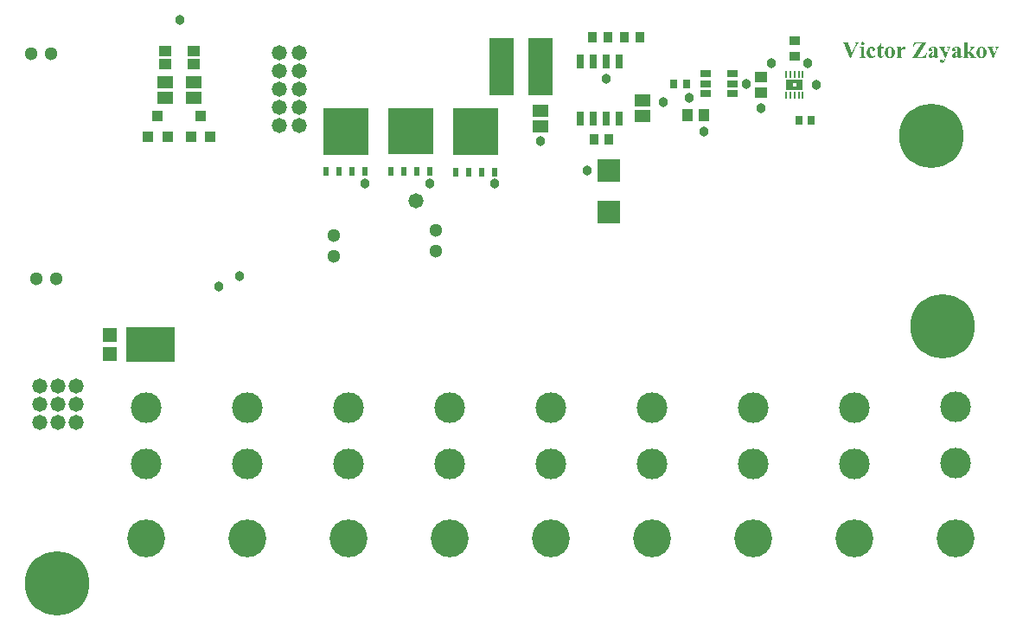
<source format=gbr>
%TF.GenerationSoftware,Altium Limited,Altium Designer,23.4.1 (23)*%
G04 Layer_Color=8388736*
%FSLAX45Y45*%
%MOMM*%
%TF.SameCoordinates,D7948EBF-BAFE-4555-BCF9-67E6E8CB6B5E*%
%TF.FilePolarity,Negative*%
%TF.FileFunction,Soldermask,Top*%
%TF.Part,Single*%
G01*
G75*
%TA.AperFunction,SMDPad,CuDef*%
%ADD12R,0.50000X0.85001*%
%ADD13R,0.60000X0.80000*%
%ADD16R,0.65000X1.45000*%
%ADD17R,4.86000X3.36000*%
%ADD19R,0.23000X0.70000*%
%ADD22R,0.75000X0.90000*%
G04:AMPARAMS|DCode=24|XSize=1.1mm|YSize=0.6mm|CornerRadius=0.051mm|HoleSize=0mm|Usage=FLASHONLY|Rotation=180.000|XOffset=0mm|YOffset=0mm|HoleType=Round|Shape=RoundedRectangle|*
%AMROUNDEDRECTD24*
21,1,1.10000,0.49800,0,0,180.0*
21,1,0.99800,0.60000,0,0,180.0*
1,1,0.10200,-0.49900,0.24900*
1,1,0.10200,0.49900,0.24900*
1,1,0.10200,0.49900,-0.24900*
1,1,0.10200,-0.49900,-0.24900*
%
%ADD24ROUNDEDRECTD24*%
%ADD26R,1.40000X1.39000*%
%TA.AperFunction,ComponentPad*%
%ADD32C,1.30000*%
%TA.AperFunction,SMDPad,CuDef*%
%ADD46R,2.20320X2.20320*%
%ADD47R,2.35320X5.70320*%
%ADD48R,0.90320X1.10320*%
%ADD49R,1.60320X1.30320*%
%ADD50R,1.00320X1.10320*%
%ADD51R,1.10320X0.90320*%
%ADD52R,1.20320X1.10320*%
%ADD53R,1.15320X1.00320*%
%ADD54R,1.10320X1.20320*%
%TA.AperFunction,ComponentPad*%
%ADD55C,3.00320*%
%ADD56C,3.70320*%
%ADD57C,6.30320*%
%TA.AperFunction,ViaPad*%
%ADD58C,0.96520*%
%ADD59C,1.47320*%
G36*
X6341900Y7293900D02*
X5900900D01*
Y7748900D01*
X6341900D01*
Y7293900D01*
D02*
G37*
G36*
X6976900Y7294250D02*
X6535900D01*
Y7749250D01*
X6976900D01*
Y7294250D01*
D02*
G37*
G36*
X7611900Y7292100D02*
X7170900D01*
Y7747100D01*
X7611900D01*
Y7292100D01*
D02*
G37*
G36*
X10596880Y7995600D02*
Y7923530D01*
X10434320D01*
Y7955600D01*
Y7995600D01*
Y8027670D01*
X10596880D01*
Y7995600D01*
D02*
G37*
G36*
X11184692Y8395804D02*
X11186278Y8395275D01*
X11188217Y8394746D01*
X11190333Y8393865D01*
X11192448Y8392631D01*
X11194387Y8390868D01*
X11194563Y8390692D01*
X11195268Y8389987D01*
X11195974Y8388929D01*
X11197031Y8387343D01*
X11197913Y8385580D01*
X11198794Y8383465D01*
X11199323Y8381173D01*
X11199499Y8378529D01*
Y8378176D01*
Y8377295D01*
X11199323Y8376061D01*
X11198794Y8374298D01*
X11198265Y8372535D01*
X11197384Y8370420D01*
X11196150Y8368305D01*
X11194387Y8366366D01*
X11194211Y8366190D01*
X11193506Y8365661D01*
X11192448Y8364779D01*
X11190862Y8363898D01*
X11189099Y8363017D01*
X11186983Y8362135D01*
X11184692Y8361606D01*
X11182048Y8361430D01*
X11180814D01*
X11179580Y8361783D01*
X11177817Y8362135D01*
X11176054Y8362664D01*
X11173939Y8363545D01*
X11171824Y8364779D01*
X11169885Y8366366D01*
X11169708Y8366542D01*
X11169180Y8367247D01*
X11168298Y8368305D01*
X11167417Y8369891D01*
X11166535Y8371654D01*
X11165654Y8373593D01*
X11165125Y8376061D01*
X11164949Y8378529D01*
Y8378881D01*
Y8379763D01*
X11165302Y8381173D01*
X11165654Y8382759D01*
X11166183Y8384698D01*
X11167064Y8386814D01*
X11168298Y8388929D01*
X11169885Y8390868D01*
X11170061Y8391044D01*
X11170766Y8391750D01*
X11171824Y8392455D01*
X11173410Y8393512D01*
X11175173Y8394394D01*
X11177112Y8395275D01*
X11179580Y8395804D01*
X11182048Y8395980D01*
X11183282D01*
X11184692Y8395804D01*
D02*
G37*
G36*
X11592242Y8348386D02*
X11593652Y8348033D01*
X11595239Y8347681D01*
X11596825Y8346975D01*
X11598588Y8345918D01*
X11599998Y8344684D01*
X11600174Y8344508D01*
X11600527Y8343979D01*
X11601232Y8343097D01*
X11601937Y8341863D01*
X11602466Y8340277D01*
X11603171Y8338514D01*
X11603524Y8336223D01*
X11603700Y8333755D01*
Y8333402D01*
Y8332521D01*
X11603524Y8331111D01*
X11603171Y8329524D01*
X11602819Y8327585D01*
X11602113Y8325646D01*
X11601232Y8323707D01*
X11599998Y8322121D01*
X11599822Y8321944D01*
X11599293Y8321415D01*
X11598588Y8320887D01*
X11597530Y8320181D01*
X11596296Y8319300D01*
X11594886Y8318771D01*
X11593123Y8318242D01*
X11591361Y8318066D01*
X11590303D01*
X11589245Y8318242D01*
X11587835Y8318595D01*
X11586249Y8318948D01*
X11584486Y8319653D01*
X11582723Y8320534D01*
X11580960Y8321768D01*
X11580784Y8321944D01*
X11580255Y8322297D01*
X11579550Y8323002D01*
X11578669Y8323707D01*
X11577082Y8325117D01*
X11576377Y8325646D01*
X11575848Y8325999D01*
X11575672Y8326175D01*
X11575143Y8326351D01*
X11574438Y8326527D01*
X11573380Y8326704D01*
X11572852D01*
X11572147Y8326527D01*
X11571441Y8326351D01*
X11569326Y8325646D01*
X11568268Y8325117D01*
X11567211Y8324236D01*
X11567035Y8324060D01*
X11566506Y8323531D01*
X11565624Y8322649D01*
X11564567Y8321415D01*
X11563509Y8319829D01*
X11562275Y8318066D01*
X11561217Y8315775D01*
X11560160Y8313307D01*
Y8313130D01*
X11559983Y8312778D01*
X11559807Y8312249D01*
X11559631Y8311368D01*
X11559278Y8310486D01*
X11559102Y8309252D01*
X11558750Y8307842D01*
X11558397Y8306256D01*
X11557692Y8302730D01*
X11557163Y8298676D01*
X11556811Y8294269D01*
X11556634Y8289509D01*
Y8265360D01*
X11556811Y8259190D01*
Y8258837D01*
Y8258132D01*
Y8257075D01*
X11556987Y8255664D01*
Y8254254D01*
X11557163Y8253020D01*
X11557339Y8251786D01*
X11557516Y8250905D01*
Y8250729D01*
X11557692Y8250376D01*
X11558044Y8249847D01*
X11558397Y8249142D01*
X11559631Y8247556D01*
X11561394Y8246322D01*
X11561570D01*
X11561923Y8246146D01*
X11562628Y8245793D01*
X11563509Y8245617D01*
X11564743Y8245264D01*
X11566329Y8245088D01*
X11568268Y8244912D01*
X11570384Y8244735D01*
Y8240857D01*
X11513799D01*
Y8244735D01*
X11514152D01*
X11514857Y8244912D01*
X11516091Y8245088D01*
X11517501Y8245440D01*
X11518911Y8245793D01*
X11520498Y8246498D01*
X11521908Y8247379D01*
X11522966Y8248437D01*
X11523142Y8248613D01*
X11523318Y8249142D01*
X11523671Y8250200D01*
X11524199Y8251786D01*
X11524376Y8252844D01*
X11524728Y8254078D01*
X11524905Y8255488D01*
X11525081Y8257075D01*
X11525257Y8258837D01*
Y8260776D01*
X11525433Y8263068D01*
Y8265536D01*
Y8323354D01*
Y8323531D01*
Y8323707D01*
Y8324765D01*
Y8326351D01*
X11525257Y8328114D01*
Y8330053D01*
X11525081Y8331992D01*
X11524728Y8333578D01*
X11524376Y8334812D01*
Y8334989D01*
X11524199Y8335341D01*
X11524023Y8335870D01*
X11523671Y8336575D01*
X11522613Y8338162D01*
X11521203Y8339396D01*
X11521026D01*
X11520850Y8339748D01*
X11520321Y8339924D01*
X11519440Y8340277D01*
X11518559Y8340629D01*
X11517148Y8340982D01*
X11515562Y8341335D01*
X11513799Y8341687D01*
Y8345565D01*
X11556634D01*
Y8321592D01*
X11556811Y8321768D01*
X11557163Y8322297D01*
X11557692Y8323178D01*
X11558397Y8324236D01*
X11559278Y8325470D01*
X11560336Y8327056D01*
X11562804Y8330405D01*
X11565624Y8333931D01*
X11568621Y8337457D01*
X11570207Y8339219D01*
X11571794Y8340629D01*
X11573380Y8342040D01*
X11574791Y8343097D01*
X11574967D01*
X11575143Y8343274D01*
X11576201Y8343979D01*
X11577611Y8344860D01*
X11579726Y8345918D01*
X11582018Y8346799D01*
X11584662Y8347681D01*
X11587306Y8348386D01*
X11590127Y8348562D01*
X11591184D01*
X11592242Y8348386D01*
D02*
G37*
G36*
X11273359D02*
X11274769D01*
X11276355Y8348209D01*
X11278118Y8347857D01*
X11279881Y8347504D01*
X11283935Y8346623D01*
X11288342Y8345036D01*
X11292397Y8343097D01*
X11294512Y8341687D01*
X11296275Y8340277D01*
X11296451D01*
X11296627Y8339924D01*
X11297861Y8338867D01*
X11299271Y8337104D01*
X11301210Y8334989D01*
X11302973Y8332345D01*
X11304383Y8329172D01*
X11305617Y8325822D01*
X11305793Y8324060D01*
X11305970Y8322121D01*
Y8321768D01*
Y8321063D01*
X11305793Y8319829D01*
X11305441Y8318419D01*
X11305088Y8316832D01*
X11304383Y8315069D01*
X11303326Y8313483D01*
X11302092Y8311897D01*
X11301915Y8311720D01*
X11301387Y8311368D01*
X11300505Y8310663D01*
X11299448Y8310134D01*
X11297861Y8309429D01*
X11296098Y8308724D01*
X11294159Y8308371D01*
X11291868Y8308195D01*
X11290810D01*
X11289576Y8308371D01*
X11287990Y8308724D01*
X11286403Y8309252D01*
X11284464Y8309957D01*
X11282701Y8311015D01*
X11280939Y8312425D01*
X11280762Y8312602D01*
X11280233Y8313307D01*
X11279528Y8314364D01*
X11278647Y8316127D01*
X11277766Y8318242D01*
X11277061Y8320887D01*
X11276355Y8324236D01*
X11275827Y8328114D01*
Y8328466D01*
X11275650Y8329348D01*
X11275474Y8330582D01*
X11275121Y8331992D01*
X11274064Y8335341D01*
X11273359Y8336751D01*
X11272477Y8337985D01*
X11272301Y8338162D01*
X11272125Y8338514D01*
X11271596Y8338867D01*
X11270891Y8339396D01*
X11268952Y8340453D01*
X11267718Y8340629D01*
X11266484Y8340806D01*
X11265603D01*
X11264545Y8340453D01*
X11263311Y8340101D01*
X11261901Y8339396D01*
X11260314Y8338338D01*
X11258904Y8336928D01*
X11257318Y8334989D01*
Y8334812D01*
X11257141Y8334636D01*
X11256789Y8334107D01*
X11256436Y8333402D01*
X11256084Y8332521D01*
X11255555Y8331287D01*
X11255026Y8330053D01*
X11254497Y8328466D01*
X11253968Y8326704D01*
X11253440Y8324765D01*
X11252911Y8322649D01*
X11252558Y8320358D01*
X11252206Y8317714D01*
X11251853Y8314893D01*
X11251677Y8311897D01*
Y8308724D01*
Y8308547D01*
Y8308018D01*
Y8307313D01*
Y8306256D01*
X11251853Y8304845D01*
Y8303259D01*
X11252029Y8301496D01*
X11252206Y8299557D01*
X11252734Y8295327D01*
X11253616Y8290567D01*
X11254673Y8285455D01*
X11256260Y8280343D01*
Y8280167D01*
X11256436Y8279814D01*
X11256789Y8279109D01*
X11257141Y8278228D01*
X11257670Y8276994D01*
X11258199Y8275760D01*
X11259609Y8272763D01*
X11261548Y8269590D01*
X11263664Y8266241D01*
X11266308Y8263244D01*
X11269128Y8260424D01*
X11269481Y8260248D01*
X11270186Y8259719D01*
X11271596Y8258837D01*
X11273182Y8258132D01*
X11275298Y8257251D01*
X11277766Y8256370D01*
X11280586Y8255841D01*
X11283583Y8255664D01*
X11284464D01*
X11285522Y8255841D01*
X11286932Y8256017D01*
X11288518Y8256193D01*
X11290281Y8256722D01*
X11292044Y8257251D01*
X11293983Y8258132D01*
X11294159Y8258309D01*
X11294864Y8258661D01*
X11295922Y8259366D01*
X11297332Y8260424D01*
X11298919Y8261658D01*
X11301034Y8263421D01*
X11303149Y8265360D01*
X11305617Y8267828D01*
X11309143Y8265183D01*
Y8265007D01*
X11308790Y8264655D01*
X11308438Y8263773D01*
X11307733Y8262892D01*
X11307027Y8261834D01*
X11306146Y8260424D01*
X11304031Y8257427D01*
X11301387Y8254078D01*
X11298214Y8250552D01*
X11294688Y8247203D01*
X11290634Y8244383D01*
X11290457D01*
X11290105Y8244030D01*
X11289576Y8243854D01*
X11288695Y8243325D01*
X11287813Y8242796D01*
X11286579Y8242267D01*
X11283583Y8241034D01*
X11280233Y8239800D01*
X11276179Y8238742D01*
X11271948Y8238037D01*
X11267365Y8237684D01*
X11266484D01*
X11265426Y8237861D01*
X11263840D01*
X11262077Y8238213D01*
X11260138Y8238566D01*
X11257846Y8238918D01*
X11255379Y8239623D01*
X11252734Y8240505D01*
X11249914Y8241562D01*
X11247270Y8242796D01*
X11244449Y8244383D01*
X11241629Y8246146D01*
X11238985Y8248261D01*
X11236341Y8250552D01*
X11233873Y8253373D01*
X11233697Y8253549D01*
X11233344Y8254078D01*
X11232815Y8254959D01*
X11231934Y8256193D01*
X11231052Y8257780D01*
X11229995Y8259543D01*
X11228937Y8261658D01*
X11227703Y8263949D01*
X11226646Y8266594D01*
X11225412Y8269590D01*
X11224354Y8272587D01*
X11223473Y8275936D01*
X11222591Y8279462D01*
X11222062Y8283340D01*
X11221710Y8287218D01*
X11221534Y8291272D01*
Y8291448D01*
Y8292154D01*
Y8293388D01*
X11221710Y8294798D01*
X11221886Y8296737D01*
X11222062Y8298852D01*
X11222415Y8301320D01*
X11222944Y8303964D01*
X11223473Y8306785D01*
X11224354Y8309781D01*
X11225235Y8312954D01*
X11226293Y8316127D01*
X11227527Y8319300D01*
X11229113Y8322473D01*
X11230876Y8325646D01*
X11232815Y8328819D01*
X11232992Y8328995D01*
X11233520Y8329700D01*
X11234225Y8330582D01*
X11235283Y8331992D01*
X11236693Y8333402D01*
X11238456Y8334989D01*
X11240395Y8336928D01*
X11242687Y8338690D01*
X11245331Y8340453D01*
X11248151Y8342392D01*
X11251148Y8343979D01*
X11254673Y8345565D01*
X11258199Y8346799D01*
X11262077Y8347681D01*
X11266308Y8348386D01*
X11270715Y8348562D01*
X11272301D01*
X11273359Y8348386D01*
D02*
G37*
G36*
X11146616Y8388577D02*
X11146264D01*
X11145206Y8388224D01*
X11143620Y8387695D01*
X11141681Y8386990D01*
X11139389Y8385756D01*
X11136921Y8384170D01*
X11134277Y8382231D01*
X11131809Y8379586D01*
X11131633Y8379234D01*
X11131280Y8378881D01*
X11130928Y8378353D01*
X11130399Y8377647D01*
X11129870Y8376766D01*
X11129165Y8375708D01*
X11128284Y8374298D01*
X11127402Y8372712D01*
X11126345Y8370773D01*
X11125111Y8368657D01*
X11123877Y8366190D01*
X11122643Y8363545D01*
X11121056Y8360372D01*
X11119470Y8357023D01*
X11117883Y8353321D01*
X11065706Y8237508D01*
X11062004D01*
X11010002Y8358081D01*
X11009826Y8358257D01*
X11009650Y8358962D01*
X11009121Y8360196D01*
X11008416Y8361606D01*
X11007711Y8363193D01*
X11006829Y8365132D01*
X11004890Y8369539D01*
X11002775Y8373946D01*
X11001717Y8376061D01*
X11000836Y8378176D01*
X10999778Y8379939D01*
X10998897Y8381526D01*
X10998192Y8382759D01*
X10997487Y8383641D01*
X10997310Y8383817D01*
X10996782Y8384346D01*
X10996077Y8384875D01*
X10994843Y8385756D01*
X10993256Y8386638D01*
X10991141Y8387343D01*
X10988497Y8388048D01*
X10985500Y8388577D01*
Y8392631D01*
X11057949D01*
Y8388577D01*
X11054071D01*
X11052309Y8388400D01*
X11050193Y8388224D01*
X11048078Y8387871D01*
X11045786Y8387519D01*
X11043671Y8386814D01*
X11042085Y8385932D01*
X11041908D01*
X11041732Y8385580D01*
X11040851Y8384698D01*
X11039969Y8383112D01*
X11039793Y8382231D01*
X11039617Y8380997D01*
Y8380644D01*
X11039793Y8379763D01*
X11039969Y8378176D01*
X11040498Y8376237D01*
Y8376061D01*
X11040674Y8375708D01*
X11041027Y8374827D01*
X11041556Y8373417D01*
X11042437Y8371478D01*
X11042790Y8370244D01*
X11043319Y8369010D01*
X11044024Y8367423D01*
X11044729Y8365661D01*
X11045610Y8363722D01*
X11046491Y8361606D01*
X11078750Y8285984D01*
X11108717Y8353321D01*
Y8353498D01*
X11108893Y8353850D01*
X11109246Y8354555D01*
X11109598Y8355260D01*
X11110480Y8357376D01*
X11111537Y8359844D01*
X11112771Y8362664D01*
X11113829Y8365308D01*
X11114710Y8367600D01*
X11115063Y8368657D01*
X11115415Y8369539D01*
Y8369715D01*
X11115592Y8370244D01*
X11115768Y8371125D01*
X11116121Y8372007D01*
X11116473Y8374298D01*
X11116649Y8376766D01*
Y8376942D01*
Y8377295D01*
Y8378000D01*
X11116473Y8378705D01*
X11115944Y8380644D01*
X11114887Y8382583D01*
Y8382759D01*
X11114534Y8383112D01*
X11113653Y8384170D01*
X11111890Y8385404D01*
X11109598Y8386638D01*
X11109422Y8386814D01*
X11108717Y8386990D01*
X11107659Y8387343D01*
X11106249Y8387695D01*
X11104486Y8388048D01*
X11102195Y8388224D01*
X11099727Y8388577D01*
X11096906D01*
Y8392631D01*
X11146616D01*
Y8388577D01*
D02*
G37*
G36*
X12515399Y8341687D02*
X12515223D01*
X12514518Y8341511D01*
X12513637Y8341335D01*
X12512579Y8340982D01*
X12511169Y8340453D01*
X12509935Y8339748D01*
X12508525Y8338867D01*
X12507291Y8337809D01*
X12507114Y8337633D01*
X12506762Y8337104D01*
X12505881Y8336047D01*
X12504999Y8334460D01*
X12504294Y8333402D01*
X12503589Y8332169D01*
X12502884Y8330582D01*
X12502002Y8328996D01*
X12501121Y8327056D01*
X12500063Y8324941D01*
X12499006Y8322473D01*
X12497948Y8319829D01*
X12463045Y8237685D01*
X12457933D01*
X12422502Y8318772D01*
Y8318948D01*
X12422149Y8319477D01*
X12421973Y8320182D01*
X12421444Y8321239D01*
X12420915Y8322297D01*
X12420387Y8323707D01*
X12418976Y8326704D01*
X12417390Y8330053D01*
X12415627Y8333050D01*
X12414922Y8334460D01*
X12414041Y8335694D01*
X12413336Y8336752D01*
X12412630Y8337633D01*
X12412454Y8337809D01*
X12412102Y8338162D01*
X12411573Y8338691D01*
X12410691Y8339220D01*
X12409634Y8339925D01*
X12408400Y8340630D01*
X12406813Y8341159D01*
X12405051Y8341687D01*
Y8345565D01*
X12460578D01*
Y8341687D01*
X12459696D01*
X12458815Y8341511D01*
X12457757D01*
X12455289Y8340806D01*
X12454232Y8340453D01*
X12453350Y8339748D01*
X12453174Y8339572D01*
X12452998Y8339220D01*
X12452469Y8338691D01*
X12452116Y8337986D01*
X12451059Y8336047D01*
X12450882Y8334989D01*
X12450706Y8333755D01*
Y8333579D01*
Y8332874D01*
X12451059Y8331816D01*
X12451411Y8330229D01*
X12451940Y8328114D01*
X12452821Y8325294D01*
X12454055Y8322121D01*
X12455642Y8318066D01*
X12472917Y8278757D01*
X12486666Y8312602D01*
Y8312778D01*
X12486843Y8313307D01*
X12487195Y8314012D01*
X12487548Y8315070D01*
X12488077Y8316304D01*
X12488429Y8317538D01*
X12489663Y8320711D01*
X12490721Y8324236D01*
X12491602Y8327585D01*
X12492307Y8330758D01*
X12492484Y8332169D01*
Y8333402D01*
Y8333579D01*
Y8333931D01*
X12492307Y8334636D01*
X12492131Y8335518D01*
X12491426Y8337281D01*
X12490897Y8338162D01*
X12490016Y8339043D01*
X12489839Y8339220D01*
X12489487Y8339396D01*
X12488958Y8339748D01*
X12488077Y8340277D01*
X12486843Y8340630D01*
X12485256Y8341159D01*
X12483493Y8341511D01*
X12481202Y8341687D01*
Y8345565D01*
X12515399D01*
Y8341687D01*
D02*
G37*
G36*
X12044214D02*
X12044037D01*
X12043332Y8341511D01*
X12042451Y8341335D01*
X12041217Y8340982D01*
X12039807Y8340277D01*
X12038397Y8339572D01*
X12036986Y8338691D01*
X12035752Y8337457D01*
X12035576Y8337281D01*
X12035224Y8336575D01*
X12034871Y8336047D01*
X12034342Y8335341D01*
X12033813Y8334460D01*
X12033285Y8333226D01*
X12032579Y8331992D01*
X12031698Y8330229D01*
X12030817Y8328467D01*
X12029759Y8326175D01*
X12028701Y8323707D01*
X12027467Y8320887D01*
X12026234Y8317714D01*
X12024823Y8314188D01*
X11995033Y8236627D01*
X11994856Y8236274D01*
X11994504Y8235393D01*
X11993975Y8233983D01*
X11993270Y8232044D01*
X11992212Y8229752D01*
X11991155Y8227108D01*
X11989921Y8224288D01*
X11988687Y8221291D01*
X11985866Y8215298D01*
X11984456Y8212301D01*
X11983222Y8209480D01*
X11981812Y8206836D01*
X11980402Y8204545D01*
X11979168Y8202606D01*
X11978110Y8201019D01*
Y8200843D01*
X11977758Y8200667D01*
X11976700Y8199609D01*
X11975113Y8198022D01*
X11972822Y8196260D01*
X11970178Y8194497D01*
X11966828Y8192910D01*
X11963127Y8191853D01*
X11961011Y8191677D01*
X11958896Y8191500D01*
X11958015D01*
X11957310Y8191677D01*
X11955723Y8191853D01*
X11953432Y8192205D01*
X11951140Y8192910D01*
X11948496Y8193792D01*
X11946028Y8195202D01*
X11943736Y8196965D01*
X11943560Y8197141D01*
X11942855Y8197846D01*
X11941974Y8199080D01*
X11940916Y8200490D01*
X11939858Y8202429D01*
X11938977Y8204545D01*
X11938272Y8207013D01*
X11938096Y8209657D01*
Y8210009D01*
Y8210714D01*
X11938272Y8211948D01*
X11938624Y8213535D01*
X11938977Y8215121D01*
X11939682Y8216884D01*
X11940740Y8218823D01*
X11941974Y8220410D01*
X11942150Y8220586D01*
X11942679Y8221115D01*
X11943560Y8221820D01*
X11944794Y8222525D01*
X11946204Y8223230D01*
X11947791Y8223935D01*
X11949730Y8224464D01*
X11951845Y8224640D01*
X11952726D01*
X11953784Y8224464D01*
X11955018Y8224288D01*
X11956428Y8223759D01*
X11957838Y8223230D01*
X11959249Y8222349D01*
X11960659Y8221115D01*
X11960835Y8220938D01*
X11961188Y8220410D01*
X11961716Y8219528D01*
X11962422Y8218470D01*
X11963127Y8216884D01*
X11963656Y8214945D01*
X11964184Y8212830D01*
X11964361Y8210186D01*
Y8210009D01*
Y8209480D01*
Y8208775D01*
X11964537Y8207894D01*
X11964889Y8205955D01*
X11965066Y8205074D01*
X11965418Y8204545D01*
X11965595Y8204368D01*
X11965947Y8204016D01*
X11966828Y8203487D01*
X11967886Y8203311D01*
X11968415D01*
X11968944Y8203487D01*
X11969649Y8203663D01*
X11970354Y8204192D01*
X11971412Y8204721D01*
X11972469Y8205602D01*
X11973527Y8206660D01*
X11973703Y8206836D01*
X11974232Y8207718D01*
X11975290Y8209128D01*
X11975819Y8210009D01*
X11976524Y8211067D01*
X11977229Y8212477D01*
X11977934Y8214064D01*
X11978815Y8215826D01*
X11979697Y8217765D01*
X11980754Y8219881D01*
X11981812Y8222525D01*
X11982870Y8225169D01*
X11983927Y8228166D01*
X11987277Y8236803D01*
X11953608Y8314188D01*
Y8314365D01*
X11953255Y8314893D01*
X11952903Y8315775D01*
X11952374Y8317009D01*
X11951669Y8318419D01*
X11950964Y8320005D01*
X11949377Y8323531D01*
X11947614Y8327233D01*
X11945675Y8330758D01*
X11944794Y8332345D01*
X11943913Y8333755D01*
X11943031Y8334989D01*
X11942326Y8335870D01*
X11942150Y8336047D01*
X11941621Y8336575D01*
X11940916Y8337281D01*
X11939858Y8338162D01*
X11938624Y8339220D01*
X11937038Y8340101D01*
X11935451Y8340982D01*
X11933512Y8341687D01*
Y8345565D01*
X11989216D01*
Y8341687D01*
X11988334D01*
X11987453Y8341511D01*
X11986219Y8341335D01*
X11983575Y8340630D01*
X11982517Y8340101D01*
X11981459Y8339396D01*
X11981283D01*
X11981107Y8339043D01*
X11980402Y8338162D01*
X11979520Y8336575D01*
X11979344Y8335694D01*
X11979168Y8334813D01*
Y8334636D01*
X11979344Y8333931D01*
X11979520Y8332874D01*
X11979873Y8331111D01*
X11980578Y8328819D01*
X11981636Y8325823D01*
X11982165Y8324236D01*
X11982870Y8322297D01*
X11983751Y8320182D01*
X11984809Y8317890D01*
X12002613Y8276818D01*
X12014776Y8308548D01*
Y8308724D01*
X12015128Y8309253D01*
X12015481Y8310134D01*
X12015833Y8311368D01*
X12016362Y8312778D01*
X12016891Y8314365D01*
X12018125Y8317890D01*
X12019359Y8321768D01*
X12020416Y8325646D01*
X12021121Y8329348D01*
X12021474Y8330758D01*
Y8332169D01*
Y8332345D01*
Y8332874D01*
X12021298Y8333579D01*
X12021121Y8334636D01*
X12020769Y8335694D01*
X12020240Y8336752D01*
X12019535Y8337809D01*
X12018654Y8338867D01*
X12018477Y8339043D01*
X12018125Y8339220D01*
X12017420Y8339748D01*
X12016538Y8340101D01*
X12015128Y8340630D01*
X12013542Y8341159D01*
X12011426Y8341511D01*
X12008958Y8341687D01*
Y8345565D01*
X12044214D01*
Y8341687D01*
D02*
G37*
G36*
X12211147Y8292330D02*
X12235473Y8316304D01*
X12235649Y8316480D01*
X12235826Y8316656D01*
X12236707Y8317538D01*
X12237941Y8318772D01*
X12239527Y8320358D01*
X12241114Y8322121D01*
X12242700Y8323884D01*
X12243934Y8325646D01*
X12244816Y8327056D01*
X12244992Y8327233D01*
X12245168Y8327585D01*
X12245521Y8328290D01*
X12245873Y8329172D01*
X12246402Y8331111D01*
X12246755Y8332345D01*
Y8333402D01*
Y8333579D01*
Y8333931D01*
X12246579Y8334460D01*
X12246402Y8335165D01*
X12245697Y8336928D01*
X12245168Y8337809D01*
X12244287Y8338514D01*
X12244111Y8338691D01*
X12243758Y8338867D01*
X12243053Y8339220D01*
X12242172Y8339748D01*
X12240761Y8340277D01*
X12239175Y8340806D01*
X12237060Y8341335D01*
X12234592Y8341687D01*
Y8345565D01*
X12281481D01*
Y8341687D01*
X12281129D01*
X12280423Y8341511D01*
X12279013D01*
X12277427Y8341159D01*
X12275664Y8340806D01*
X12273725Y8340101D01*
X12271610Y8339396D01*
X12269671Y8338338D01*
X12269494Y8338162D01*
X12268613Y8337633D01*
X12267203Y8336575D01*
X12265264Y8334989D01*
X12264030Y8333931D01*
X12262620Y8332697D01*
X12261033Y8331287D01*
X12259270Y8329701D01*
X12257155Y8327938D01*
X12255040Y8325823D01*
X12252572Y8323531D01*
X12249928Y8320887D01*
X12238646Y8309605D01*
X12263148Y8273645D01*
X12263325Y8273469D01*
X12263854Y8272763D01*
X12264559Y8271530D01*
X12265440Y8270119D01*
X12266674Y8268533D01*
X12267908Y8266594D01*
X12270905Y8262363D01*
X12273901Y8257956D01*
X12275488Y8255841D01*
X12276898Y8253902D01*
X12278132Y8252315D01*
X12279190Y8250729D01*
X12280071Y8249671D01*
X12280776Y8248966D01*
X12280952Y8248790D01*
X12281481Y8248437D01*
X12282363Y8247732D01*
X12283420Y8247027D01*
X12284830Y8246322D01*
X12286593Y8245617D01*
X12288356Y8245088D01*
X12290471Y8244736D01*
Y8240858D01*
X12236354D01*
Y8244736D01*
X12237588D01*
X12238470Y8244912D01*
X12240233Y8245264D01*
X12240938Y8245617D01*
X12241643Y8245970D01*
X12241819Y8246146D01*
X12242524Y8246851D01*
X12243053Y8247909D01*
X12243229Y8248966D01*
Y8249143D01*
Y8249495D01*
X12243053Y8250200D01*
X12242700Y8251082D01*
X12241995Y8252315D01*
X12241290Y8254078D01*
X12240056Y8256017D01*
X12238470Y8258485D01*
X12217846Y8288981D01*
X12211147Y8282282D01*
Y8263597D01*
Y8263421D01*
Y8263068D01*
Y8262539D01*
Y8261658D01*
X12211323Y8259543D01*
X12211500Y8257075D01*
X12211676Y8254607D01*
X12212028Y8252139D01*
X12212557Y8250024D01*
X12212910Y8249143D01*
X12213262Y8248437D01*
X12213439Y8248261D01*
X12213791Y8247909D01*
X12214320Y8247380D01*
X12215378Y8246851D01*
X12216612Y8246146D01*
X12218198Y8245617D01*
X12220137Y8245088D01*
X12222605Y8244736D01*
Y8240858D01*
X12168488D01*
Y8244736D01*
X12168841D01*
X12169546Y8244912D01*
X12170780Y8245088D01*
X12172190Y8245441D01*
X12173600Y8245970D01*
X12175187Y8246675D01*
X12176597Y8247732D01*
X12177831Y8248966D01*
X12178007Y8249143D01*
X12178183Y8249495D01*
X12178536Y8250376D01*
X12178889Y8251787D01*
X12179241Y8253549D01*
Y8254783D01*
X12179417Y8256194D01*
X12179594Y8257780D01*
X12179770Y8259543D01*
Y8261482D01*
Y8263597D01*
Y8369892D01*
Y8370068D01*
Y8370420D01*
Y8370949D01*
Y8371831D01*
X12179594Y8373770D01*
X12179417Y8376238D01*
X12179241Y8378705D01*
X12178889Y8381173D01*
X12178183Y8383289D01*
X12177831Y8383994D01*
X12177478Y8384699D01*
X12177302Y8384875D01*
X12177126Y8385228D01*
X12176421Y8385756D01*
X12175539Y8386285D01*
X12174305Y8386990D01*
X12172719Y8387695D01*
X12170780Y8388224D01*
X12168488Y8388753D01*
Y8392631D01*
X12211147D01*
Y8292330D01*
D02*
G37*
G36*
X11714754Y8249319D02*
X11748599D01*
X11750538Y8249495D01*
X11752653D01*
X11754945Y8249671D01*
X11759704Y8249848D01*
X11764464Y8250376D01*
X11766755Y8250729D01*
X11768871Y8250905D01*
X11770633Y8251434D01*
X11772396Y8251787D01*
X11772572D01*
X11772925Y8251963D01*
X11773630Y8252315D01*
X11774688Y8252668D01*
X11775745Y8253021D01*
X11777156Y8253726D01*
X11780152Y8255136D01*
X11783678Y8257251D01*
X11787556Y8259719D01*
X11791434Y8262892D01*
X11795136Y8266594D01*
X11795312Y8266770D01*
X11795488Y8267123D01*
X11796017Y8267651D01*
X11796722Y8268533D01*
X11797427Y8269767D01*
X11798485Y8271001D01*
X11799366Y8272587D01*
X11800424Y8274350D01*
X11801482Y8276289D01*
X11802716Y8278581D01*
X11803773Y8280872D01*
X11804831Y8283516D01*
X11805889Y8286337D01*
X11806946Y8289157D01*
X11807828Y8292330D01*
X11808533Y8295679D01*
X11812940D01*
X11806770Y8240858D01*
X11667864Y8240857D01*
X11757060Y8384346D01*
X11730266D01*
X11727622Y8384170D01*
X11724625D01*
X11721805Y8383994D01*
X11719337Y8383817D01*
X11718279Y8383641D01*
X11717398Y8383465D01*
X11717045D01*
X11715988Y8383112D01*
X11714578Y8382760D01*
X11712638Y8382231D01*
X11710347Y8381349D01*
X11707879Y8380468D01*
X11705235Y8379234D01*
X11702591Y8377647D01*
X11702238Y8377471D01*
X11701533Y8376942D01*
X11700123Y8375885D01*
X11698536Y8374651D01*
X11696774Y8373064D01*
X11694835Y8370949D01*
X11692896Y8368834D01*
X11691133Y8366190D01*
X11690957Y8365837D01*
X11690428Y8364956D01*
X11689546Y8363369D01*
X11688665Y8361254D01*
X11687431Y8358610D01*
X11686373Y8355613D01*
X11685139Y8352087D01*
X11684082Y8348033D01*
X11680027D01*
X11684082Y8392631D01*
X11803949Y8392631D01*
X11714754Y8249319D01*
D02*
G37*
G36*
X11197736Y8262539D02*
Y8262363D01*
Y8262010D01*
Y8261482D01*
Y8260776D01*
X11197913Y8258837D01*
X11198089Y8256546D01*
X11198265Y8254078D01*
X11198794Y8251610D01*
X11199323Y8249671D01*
X11199852Y8248790D01*
X11200204Y8248085D01*
X11200380Y8247908D01*
X11200733Y8247556D01*
X11201438Y8247203D01*
X11202496Y8246498D01*
X11203906Y8245969D01*
X11205669Y8245440D01*
X11207784Y8244912D01*
X11210428Y8244735D01*
Y8240857D01*
X11153667D01*
Y8244735D01*
X11154020D01*
X11154725Y8244912D01*
X11155959Y8245088D01*
X11157545Y8245264D01*
X11159308Y8245793D01*
X11160895Y8246498D01*
X11162657Y8247556D01*
X11164068Y8248790D01*
X11164244Y8248966D01*
X11164420Y8249319D01*
X11164773Y8250200D01*
X11165302Y8251434D01*
X11165654Y8253197D01*
X11166007Y8255664D01*
X11166183Y8257075D01*
Y8258661D01*
X11166359Y8260600D01*
Y8262539D01*
Y8323707D01*
Y8323883D01*
Y8324236D01*
Y8324765D01*
Y8325470D01*
X11166183Y8327409D01*
X11166007Y8329700D01*
X11165654Y8331992D01*
X11165302Y8334460D01*
X11164596Y8336399D01*
X11164244Y8337280D01*
X11163715Y8337985D01*
X11163539Y8338162D01*
X11163186Y8338514D01*
X11162481Y8339043D01*
X11161423Y8339572D01*
X11160190Y8340277D01*
X11158427Y8340806D01*
X11156311Y8341335D01*
X11153667Y8341687D01*
Y8345565D01*
X11197736D01*
Y8262539D01*
D02*
G37*
G36*
X12108907Y8348386D02*
X12110141D01*
X12111727Y8348210D01*
X12115077Y8347857D01*
X12118778Y8346976D01*
X12122656Y8345918D01*
X12126535Y8344332D01*
X12130060Y8342216D01*
X12130236D01*
X12130413Y8341864D01*
X12131470Y8341159D01*
X12132880Y8339748D01*
X12134643Y8338162D01*
X12136582Y8336047D01*
X12138521Y8333755D01*
X12140108Y8331111D01*
X12141342Y8328467D01*
Y8328290D01*
X12141518Y8327409D01*
X12141694Y8326880D01*
X12141871Y8325999D01*
X12142047Y8325117D01*
X12142223Y8324060D01*
Y8322650D01*
X12142399Y8321063D01*
X12142576Y8319300D01*
X12142752Y8317361D01*
Y8315070D01*
X12142928Y8312602D01*
Y8309781D01*
Y8306785D01*
Y8266241D01*
Y8265889D01*
Y8265184D01*
Y8263950D01*
Y8262539D01*
X12143104Y8260953D01*
Y8259543D01*
X12143281Y8258133D01*
X12143457Y8257251D01*
X12143633Y8256899D01*
X12143810Y8256194D01*
X12144338Y8255312D01*
X12145044Y8254607D01*
X12145220Y8254431D01*
X12145925Y8254255D01*
X12146630Y8253902D01*
X12147688Y8253726D01*
X12148216D01*
X12148745Y8253902D01*
X12149450Y8254255D01*
X12150332Y8254783D01*
X12151389Y8255488D01*
X12152447Y8256546D01*
X12153505Y8257956D01*
X12157030Y8255136D01*
Y8254960D01*
X12156854Y8254783D01*
X12156149Y8253726D01*
X12154915Y8252315D01*
X12153505Y8250553D01*
X12151742Y8248614D01*
X12149803Y8246675D01*
X12147688Y8244736D01*
X12145396Y8243149D01*
X12145044Y8242973D01*
X12144338Y8242620D01*
X12143104Y8241915D01*
X12141518Y8241386D01*
X12139403Y8240681D01*
X12137111Y8239976D01*
X12134643Y8239624D01*
X12131823Y8239447D01*
X12130413D01*
X12128650Y8239624D01*
X12126711Y8239976D01*
X12124419Y8240505D01*
X12122128Y8241210D01*
X12119836Y8242091D01*
X12117721Y8243502D01*
X12117544Y8243678D01*
X12117016Y8244383D01*
X12116134Y8245264D01*
X12115077Y8246675D01*
X12114019Y8248437D01*
X12113138Y8250729D01*
X12112256Y8253373D01*
X12111727Y8256370D01*
X12111551Y8256194D01*
X12110846Y8255665D01*
X12109788Y8254783D01*
X12108554Y8253726D01*
X12106792Y8252492D01*
X12104853Y8251082D01*
X12102561Y8249495D01*
X12100269Y8247909D01*
X12097625Y8246322D01*
X12094981Y8244736D01*
X12091984Y8243325D01*
X12089164Y8242091D01*
X12086167Y8241034D01*
X12083171Y8240152D01*
X12080174Y8239624D01*
X12077354Y8239447D01*
X12077001D01*
X12075943Y8239624D01*
X12074181Y8239800D01*
X12072065Y8240152D01*
X12069774Y8240858D01*
X12067306Y8241915D01*
X12064662Y8243325D01*
X12062370Y8245264D01*
X12062194Y8245617D01*
X12061489Y8246322D01*
X12060607Y8247556D01*
X12059550Y8249319D01*
X12058316Y8251434D01*
X12057434Y8253902D01*
X12056729Y8256722D01*
X12056553Y8259895D01*
Y8260072D01*
Y8260424D01*
Y8261129D01*
X12056729Y8262011D01*
X12056906Y8262892D01*
X12057082Y8264126D01*
X12057787Y8267123D01*
X12059021Y8270472D01*
X12059902Y8272235D01*
X12060960Y8273997D01*
X12062018Y8275936D01*
X12063428Y8277699D01*
X12065014Y8279638D01*
X12066777Y8281401D01*
X12066953Y8281577D01*
X12067306Y8281930D01*
X12068011Y8282459D01*
X12068892Y8283164D01*
X12070126Y8284045D01*
X12071889Y8285279D01*
X12073828Y8286689D01*
X12076296Y8288100D01*
X12079116Y8289862D01*
X12082289Y8291801D01*
X12085991Y8293917D01*
X12090045Y8296208D01*
X12094629Y8298500D01*
X12099917Y8301144D01*
X12105558Y8303964D01*
X12111727Y8306785D01*
Y8317361D01*
Y8317538D01*
Y8317890D01*
Y8318419D01*
Y8319300D01*
Y8321239D01*
X12111551Y8323707D01*
X12111375Y8326175D01*
X12111199Y8328643D01*
X12110846Y8330758D01*
X12110493Y8331463D01*
X12110317Y8332169D01*
Y8332345D01*
X12110141Y8332697D01*
X12109788Y8333226D01*
X12109259Y8334108D01*
X12108554Y8334989D01*
X12107673Y8335870D01*
X12106615Y8336752D01*
X12105381Y8337633D01*
X12105205Y8337809D01*
X12104853Y8337986D01*
X12103971Y8338338D01*
X12103090Y8338867D01*
X12101856Y8339396D01*
X12100622Y8339748D01*
X12099035Y8339925D01*
X12097449Y8340101D01*
X12096215D01*
X12094981Y8339925D01*
X12093218Y8339748D01*
X12091279Y8339220D01*
X12089340Y8338691D01*
X12087401Y8337809D01*
X12085462Y8336752D01*
X12085286D01*
X12084933Y8336399D01*
X12084052Y8335518D01*
X12082994Y8333931D01*
X12082642Y8333050D01*
X12082466Y8331992D01*
Y8331816D01*
Y8331640D01*
X12082642Y8331111D01*
X12082818Y8330406D01*
X12083171Y8329524D01*
X12083876Y8328643D01*
X12084581Y8327409D01*
X12085639Y8326175D01*
X12085815Y8325999D01*
X12086344Y8325294D01*
X12087049Y8324412D01*
X12087754Y8323178D01*
X12088459Y8321768D01*
X12089164Y8320358D01*
X12089693Y8318595D01*
X12089869Y8317009D01*
Y8316832D01*
Y8316127D01*
X12089693Y8315070D01*
X12089340Y8313660D01*
X12088811Y8312249D01*
X12088106Y8310663D01*
X12087225Y8309076D01*
X12085815Y8307490D01*
X12085639Y8307314D01*
X12085110Y8306961D01*
X12084228Y8306256D01*
X12082994Y8305727D01*
X12081408Y8305022D01*
X12079645Y8304317D01*
X12077530Y8303964D01*
X12075062Y8303788D01*
X12073828D01*
X12072594Y8303964D01*
X12071008Y8304317D01*
X12069069Y8304846D01*
X12067130Y8305551D01*
X12065190Y8306608D01*
X12063251Y8308019D01*
X12063075Y8308195D01*
X12062546Y8308724D01*
X12061841Y8309605D01*
X12060960Y8310839D01*
X12060078Y8312249D01*
X12059373Y8314012D01*
X12058845Y8315775D01*
X12058668Y8317890D01*
Y8318066D01*
Y8318243D01*
X12058845Y8319300D01*
X12059021Y8320887D01*
X12059550Y8322826D01*
X12060255Y8325117D01*
X12061312Y8327762D01*
X12062899Y8330582D01*
X12065014Y8333226D01*
X12065367Y8333579D01*
X12066248Y8334460D01*
X12067658Y8335694D01*
X12069597Y8337457D01*
X12072065Y8339220D01*
X12075062Y8341159D01*
X12078587Y8342921D01*
X12082642Y8344508D01*
X12082818D01*
X12083171Y8344684D01*
X12083699Y8344860D01*
X12084581Y8345213D01*
X12085639Y8345389D01*
X12086872Y8345742D01*
X12089869Y8346623D01*
X12093571Y8347328D01*
X12097449Y8347857D01*
X12101856Y8348386D01*
X12106439Y8348562D01*
X12107849D01*
X12108907Y8348386D01*
D02*
G37*
G36*
X11879748D02*
X11880982D01*
X11882569Y8348210D01*
X11885918Y8347857D01*
X11889620Y8346976D01*
X11893498Y8345918D01*
X11897376Y8344332D01*
X11900901Y8342216D01*
X11901078D01*
X11901254Y8341864D01*
X11902311Y8341159D01*
X11903722Y8339748D01*
X11905484Y8338162D01*
X11907423Y8336047D01*
X11909363Y8333755D01*
X11910949Y8331111D01*
X11912183Y8328467D01*
Y8328290D01*
X11912359Y8327409D01*
X11912535Y8326880D01*
X11912712Y8325999D01*
X11912888Y8325117D01*
X11913064Y8324060D01*
Y8322650D01*
X11913241Y8321063D01*
X11913417Y8319300D01*
X11913593Y8317361D01*
Y8315070D01*
X11913769Y8312602D01*
Y8309781D01*
Y8306785D01*
Y8266241D01*
Y8265889D01*
Y8265184D01*
Y8263950D01*
Y8262539D01*
X11913946Y8260953D01*
Y8259543D01*
X11914122Y8258133D01*
X11914298Y8257251D01*
X11914475Y8256899D01*
X11914651Y8256194D01*
X11915180Y8255312D01*
X11915885Y8254607D01*
X11916061Y8254431D01*
X11916766Y8254255D01*
X11917471Y8253902D01*
X11918529Y8253726D01*
X11919058D01*
X11919587Y8253902D01*
X11920292Y8254255D01*
X11921173Y8254783D01*
X11922231Y8255488D01*
X11923288Y8256546D01*
X11924346Y8257956D01*
X11927871Y8255136D01*
Y8254960D01*
X11927695Y8254783D01*
X11926990Y8253726D01*
X11925756Y8252315D01*
X11924346Y8250553D01*
X11922583Y8248614D01*
X11920644Y8246675D01*
X11918529Y8244736D01*
X11916237Y8243149D01*
X11915885Y8242973D01*
X11915180Y8242620D01*
X11913946Y8241915D01*
X11912359Y8241386D01*
X11910244Y8240681D01*
X11907952Y8239976D01*
X11905484Y8239624D01*
X11902664Y8239447D01*
X11901254D01*
X11899491Y8239624D01*
X11897552Y8239976D01*
X11895260Y8240505D01*
X11892969Y8241210D01*
X11890677Y8242091D01*
X11888562Y8243502D01*
X11888386Y8243678D01*
X11887857Y8244383D01*
X11886975Y8245264D01*
X11885918Y8246675D01*
X11884860Y8248437D01*
X11883979Y8250729D01*
X11883097Y8253373D01*
X11882569Y8256370D01*
X11882392Y8256194D01*
X11881687Y8255665D01*
X11880630Y8254783D01*
X11879396Y8253726D01*
X11877633Y8252492D01*
X11875694Y8251082D01*
X11873402Y8249495D01*
X11871111Y8247909D01*
X11868466Y8246322D01*
X11865822Y8244736D01*
X11862826Y8243325D01*
X11860005Y8242091D01*
X11857009Y8241034D01*
X11854012Y8240152D01*
X11851015Y8239624D01*
X11848195Y8239447D01*
X11847842D01*
X11846785Y8239624D01*
X11845022Y8239800D01*
X11842906Y8240152D01*
X11840615Y8240858D01*
X11838147Y8241915D01*
X11835503Y8243325D01*
X11833211Y8245264D01*
X11833035Y8245617D01*
X11832330Y8246322D01*
X11831449Y8247556D01*
X11830391Y8249319D01*
X11829157Y8251434D01*
X11828276Y8253902D01*
X11827570Y8256722D01*
X11827394Y8259895D01*
Y8260072D01*
Y8260424D01*
Y8261129D01*
X11827570Y8262011D01*
X11827747Y8262892D01*
X11827923Y8264126D01*
X11828628Y8267123D01*
X11829862Y8270472D01*
X11830743Y8272235D01*
X11831801Y8273997D01*
X11832859Y8275936D01*
X11834269Y8277699D01*
X11835855Y8279638D01*
X11837618Y8281401D01*
X11837794Y8281577D01*
X11838147Y8281930D01*
X11838852Y8282459D01*
X11839733Y8283164D01*
X11840967Y8284045D01*
X11842730Y8285279D01*
X11844669Y8286689D01*
X11847137Y8288100D01*
X11849958Y8289862D01*
X11853130Y8291801D01*
X11856832Y8293917D01*
X11860887Y8296208D01*
X11865470Y8298500D01*
X11870758Y8301144D01*
X11876399Y8303964D01*
X11882569Y8306785D01*
Y8317361D01*
Y8317538D01*
Y8317890D01*
Y8318419D01*
Y8319300D01*
Y8321239D01*
X11882392Y8323707D01*
X11882216Y8326175D01*
X11882040Y8328643D01*
X11881687Y8330758D01*
X11881335Y8331463D01*
X11881158Y8332169D01*
Y8332345D01*
X11880982Y8332697D01*
X11880630Y8333226D01*
X11880101Y8334108D01*
X11879396Y8334989D01*
X11878514Y8335870D01*
X11877457Y8336752D01*
X11876223Y8337633D01*
X11876046Y8337809D01*
X11875694Y8337986D01*
X11874812Y8338338D01*
X11873931Y8338867D01*
X11872697Y8339396D01*
X11871463Y8339748D01*
X11869877Y8339925D01*
X11868290Y8340101D01*
X11867056D01*
X11865822Y8339925D01*
X11864060Y8339748D01*
X11862121Y8339220D01*
X11860182Y8338691D01*
X11858242Y8337809D01*
X11856303Y8336752D01*
X11856127D01*
X11855775Y8336399D01*
X11854893Y8335518D01*
X11853836Y8333931D01*
X11853483Y8333050D01*
X11853307Y8331992D01*
Y8331816D01*
Y8331640D01*
X11853483Y8331111D01*
X11853659Y8330406D01*
X11854012Y8329524D01*
X11854717Y8328643D01*
X11855422Y8327409D01*
X11856480Y8326175D01*
X11856656Y8325999D01*
X11857185Y8325294D01*
X11857890Y8324412D01*
X11858595Y8323178D01*
X11859300Y8321768D01*
X11860005Y8320358D01*
X11860534Y8318595D01*
X11860710Y8317009D01*
Y8316832D01*
Y8316127D01*
X11860534Y8315070D01*
X11860182Y8313660D01*
X11859653Y8312249D01*
X11858948Y8310663D01*
X11858066Y8309076D01*
X11856656Y8307490D01*
X11856480Y8307314D01*
X11855951Y8306961D01*
X11855070Y8306256D01*
X11853836Y8305727D01*
X11852249Y8305022D01*
X11850486Y8304317D01*
X11848371Y8303964D01*
X11845903Y8303788D01*
X11844669D01*
X11843435Y8303964D01*
X11841849Y8304317D01*
X11839910Y8304846D01*
X11837971Y8305551D01*
X11836032Y8306608D01*
X11834093Y8308019D01*
X11833916Y8308195D01*
X11833388Y8308724D01*
X11832682Y8309605D01*
X11831801Y8310839D01*
X11830920Y8312249D01*
X11830215Y8314012D01*
X11829686Y8315775D01*
X11829509Y8317890D01*
Y8318066D01*
Y8318243D01*
X11829686Y8319300D01*
X11829862Y8320887D01*
X11830391Y8322826D01*
X11831096Y8325117D01*
X11832154Y8327762D01*
X11833740Y8330582D01*
X11835855Y8333226D01*
X11836208Y8333579D01*
X11837089Y8334460D01*
X11838500Y8335694D01*
X11840439Y8337457D01*
X11842906Y8339220D01*
X11845903Y8341159D01*
X11849429Y8342921D01*
X11853483Y8344508D01*
X11853659D01*
X11854012Y8344684D01*
X11854541Y8344860D01*
X11855422Y8345213D01*
X11856480Y8345389D01*
X11857714Y8345742D01*
X11860710Y8346623D01*
X11864412Y8347328D01*
X11868290Y8347857D01*
X11872697Y8348386D01*
X11877280Y8348562D01*
X11878690D01*
X11879748Y8348386D01*
D02*
G37*
G36*
X11363788Y8345565D02*
X11388643D01*
Y8334636D01*
X11363788D01*
Y8269767D01*
Y8269590D01*
Y8269414D01*
Y8268356D01*
Y8266770D01*
X11363965Y8265007D01*
Y8263068D01*
X11364141Y8261129D01*
X11364317Y8259366D01*
X11364493Y8258132D01*
Y8257956D01*
X11364670Y8257780D01*
X11365199Y8256546D01*
X11366080Y8255312D01*
X11367490Y8253902D01*
X11367666D01*
X11367843Y8253725D01*
X11368724Y8253197D01*
X11369958Y8252491D01*
X11371368Y8252315D01*
X11371721D01*
X11372602Y8252491D01*
X11374012Y8252844D01*
X11375775Y8253725D01*
X11377890Y8254959D01*
X11378948Y8256017D01*
X11380182Y8257075D01*
X11381416Y8258309D01*
X11382474Y8259719D01*
X11383707Y8261482D01*
X11384941Y8263421D01*
X11388467Y8260953D01*
X11388291Y8260776D01*
X11388114Y8260071D01*
X11387409Y8259014D01*
X11386704Y8257604D01*
X11385647Y8256017D01*
X11384589Y8254078D01*
X11383002Y8252139D01*
X11381416Y8250200D01*
X11379477Y8248261D01*
X11377185Y8246322D01*
X11374894Y8244383D01*
X11372250Y8242796D01*
X11369253Y8241386D01*
X11366080Y8240328D01*
X11362731Y8239623D01*
X11359029Y8239447D01*
X11358147D01*
X11357442Y8239623D01*
X11355503Y8239800D01*
X11353212Y8240152D01*
X11350568Y8240857D01*
X11347747Y8241739D01*
X11344927Y8243149D01*
X11342283Y8244912D01*
X11341930Y8245088D01*
X11341225Y8245793D01*
X11339991Y8247027D01*
X11338581Y8248437D01*
X11337171Y8250376D01*
X11335584Y8252491D01*
X11334350Y8254783D01*
X11333469Y8257251D01*
Y8257427D01*
X11333293Y8258132D01*
X11333116Y8259366D01*
Y8260248D01*
X11332940Y8261305D01*
X11332764Y8262539D01*
Y8263949D01*
X11332587Y8265712D01*
Y8267651D01*
Y8269767D01*
X11332411Y8272234D01*
Y8274879D01*
Y8277875D01*
Y8334636D01*
X11318838D01*
Y8338514D01*
X11319014Y8338690D01*
X11319543Y8339043D01*
X11320248Y8339572D01*
X11321130Y8340277D01*
X11322363Y8341158D01*
X11323774Y8342216D01*
X11327123Y8344860D01*
X11330825Y8347857D01*
X11334703Y8351382D01*
X11338757Y8355260D01*
X11342635Y8359315D01*
X11342811Y8359491D01*
X11343164Y8359844D01*
X11343693Y8360372D01*
X11344398Y8361254D01*
X11345279Y8362311D01*
X11346161Y8363545D01*
X11347395Y8364956D01*
X11348629Y8366542D01*
X11351273Y8370244D01*
X11354269Y8374474D01*
X11357266Y8379058D01*
X11360086Y8383993D01*
X11363788D01*
Y8345565D01*
D02*
G37*
G36*
X12347585Y8348386D02*
X12348819D01*
X12350229Y8348210D01*
X12351815Y8348033D01*
X12353578Y8347681D01*
X12357456Y8346799D01*
X12361863Y8345565D01*
X12366270Y8343803D01*
X12370677Y8341511D01*
X12370853D01*
X12371206Y8341159D01*
X12371734Y8340806D01*
X12372616Y8340277D01*
X12374731Y8338514D01*
X12377375Y8336399D01*
X12380196Y8333579D01*
X12383192Y8330053D01*
X12386013Y8325999D01*
X12388481Y8321416D01*
Y8321239D01*
X12388833Y8320887D01*
X12389010Y8320182D01*
X12389538Y8319124D01*
X12389891Y8317890D01*
X12390420Y8316480D01*
X12390949Y8314893D01*
X12391654Y8312954D01*
X12392182Y8311015D01*
X12392711Y8308724D01*
X12393769Y8303964D01*
X12394474Y8298676D01*
X12394650Y8293035D01*
Y8292859D01*
Y8291978D01*
Y8290920D01*
X12394474Y8289333D01*
X12394298Y8287394D01*
X12394122Y8285103D01*
X12393769Y8282635D01*
X12393240Y8279991D01*
X12391830Y8273997D01*
X12390949Y8271001D01*
X12389891Y8267828D01*
X12388657Y8264655D01*
X12387070Y8261658D01*
X12385308Y8258485D01*
X12383369Y8255665D01*
X12383192Y8255488D01*
X12382664Y8254960D01*
X12381958Y8254078D01*
X12380901Y8252844D01*
X12379491Y8251434D01*
X12377728Y8250024D01*
X12375789Y8248437D01*
X12373497Y8246675D01*
X12371029Y8245088D01*
X12368209Y8243325D01*
X12365036Y8241915D01*
X12361687Y8240505D01*
X12357985Y8239271D01*
X12354107Y8238390D01*
X12350053Y8237861D01*
X12345646Y8237685D01*
X12344588D01*
X12343354Y8237861D01*
X12341768D01*
X12339829Y8238213D01*
X12337537Y8238566D01*
X12335069Y8239095D01*
X12332425Y8239800D01*
X12329428Y8240681D01*
X12326608Y8241739D01*
X12323435Y8242973D01*
X12320438Y8244559D01*
X12317618Y8246498D01*
X12314797Y8248614D01*
X12311977Y8251258D01*
X12309509Y8254078D01*
X12309333Y8254255D01*
X12308980Y8254783D01*
X12308275Y8255841D01*
X12307570Y8257075D01*
X12306512Y8258661D01*
X12305455Y8260424D01*
X12304397Y8262716D01*
X12303163Y8265184D01*
X12301929Y8267828D01*
X12300872Y8270824D01*
X12299814Y8273997D01*
X12298756Y8277347D01*
X12298051Y8280872D01*
X12297346Y8284574D01*
X12296993Y8288452D01*
X12296817Y8292506D01*
Y8292683D01*
Y8293564D01*
X12296993Y8294622D01*
Y8296384D01*
X12297170Y8298324D01*
X12297522Y8300615D01*
X12297875Y8303083D01*
X12298404Y8305903D01*
X12299109Y8308900D01*
X12299990Y8312073D01*
X12301048Y8315246D01*
X12302282Y8318595D01*
X12303692Y8321944D01*
X12305455Y8325294D01*
X12307394Y8328643D01*
X12309685Y8331816D01*
X12309862Y8331992D01*
X12310214Y8332521D01*
X12311096Y8333402D01*
X12312153Y8334460D01*
X12313387Y8335694D01*
X12314974Y8337104D01*
X12316913Y8338691D01*
X12319028Y8340277D01*
X12321496Y8341687D01*
X12324140Y8343274D01*
X12326960Y8344684D01*
X12330133Y8345918D01*
X12333659Y8346976D01*
X12337361Y8347857D01*
X12341239Y8348386D01*
X12345293Y8348562D01*
X12346703D01*
X12347585Y8348386D01*
D02*
G37*
G36*
X11449987Y8348386D02*
X11451221D01*
X11452631Y8348209D01*
X11454218Y8348033D01*
X11455981Y8347681D01*
X11459859Y8346799D01*
X11464266Y8345565D01*
X11468673Y8343802D01*
X11473079Y8341511D01*
X11473256D01*
X11473608Y8341158D01*
X11474137Y8340806D01*
X11475018Y8340277D01*
X11477134Y8338514D01*
X11479778Y8336399D01*
X11482598Y8333578D01*
X11485595Y8330053D01*
X11488415Y8325999D01*
X11490883Y8321415D01*
Y8321239D01*
X11491236Y8320887D01*
X11491412Y8320181D01*
X11491941Y8319124D01*
X11492293Y8317890D01*
X11492822Y8316480D01*
X11493351Y8314893D01*
X11494056Y8312954D01*
X11494585Y8311015D01*
X11495114Y8308724D01*
X11496172Y8303964D01*
X11496877Y8298676D01*
X11497053Y8293035D01*
Y8292859D01*
Y8291977D01*
Y8290920D01*
X11496877Y8289333D01*
X11496700Y8287394D01*
X11496524Y8285103D01*
X11496172Y8282635D01*
X11495643Y8279991D01*
X11494233Y8273997D01*
X11493351Y8271000D01*
X11492293Y8267828D01*
X11491060Y8264655D01*
X11489473Y8261658D01*
X11487710Y8258485D01*
X11485771Y8255664D01*
X11485595Y8255488D01*
X11485066Y8254959D01*
X11484361Y8254078D01*
X11483303Y8252844D01*
X11481893Y8251434D01*
X11480130Y8250024D01*
X11478191Y8248437D01*
X11475900Y8246674D01*
X11473432Y8245088D01*
X11470612Y8243325D01*
X11467439Y8241915D01*
X11464089Y8240505D01*
X11460388Y8239271D01*
X11456509Y8238389D01*
X11452455Y8237861D01*
X11448048Y8237684D01*
X11446991D01*
X11445757Y8237861D01*
X11444170D01*
X11442231Y8238213D01*
X11439940Y8238566D01*
X11437472Y8239095D01*
X11434828Y8239800D01*
X11431831Y8240681D01*
X11429010Y8241739D01*
X11425837Y8242973D01*
X11422841Y8244559D01*
X11420020Y8246498D01*
X11417200Y8248613D01*
X11414380Y8251258D01*
X11411912Y8254078D01*
X11411735Y8254254D01*
X11411383Y8254783D01*
X11410678Y8255841D01*
X11409973Y8257075D01*
X11408915Y8258661D01*
X11407857Y8260424D01*
X11406800Y8262716D01*
X11405566Y8265183D01*
X11404332Y8267828D01*
X11403274Y8270824D01*
X11402216Y8273997D01*
X11401159Y8277346D01*
X11400454Y8280872D01*
X11399749Y8284574D01*
X11399396Y8288452D01*
X11399220Y8292506D01*
Y8292682D01*
Y8293564D01*
X11399396Y8294621D01*
Y8296384D01*
X11399572Y8298323D01*
X11399925Y8300615D01*
X11400277Y8303083D01*
X11400806Y8305903D01*
X11401511Y8308900D01*
X11402393Y8312073D01*
X11403450Y8315246D01*
X11404684Y8318595D01*
X11406095Y8321944D01*
X11407857Y8325293D01*
X11409796Y8328643D01*
X11412088Y8331816D01*
X11412264Y8331992D01*
X11412617Y8332521D01*
X11413498Y8333402D01*
X11414556Y8334460D01*
X11415790Y8335694D01*
X11417376Y8337104D01*
X11419315Y8338690D01*
X11421431Y8340277D01*
X11423898Y8341687D01*
X11426543Y8343274D01*
X11429363Y8344684D01*
X11432536Y8345918D01*
X11436061Y8346975D01*
X11439763Y8347857D01*
X11443641Y8348386D01*
X11447696Y8348562D01*
X11449106D01*
X11449987Y8348386D01*
D02*
G37*
%LPC*%
G36*
X10535600Y7995600D02*
X10495600D01*
Y7955600D01*
X10535600D01*
Y7995600D01*
D02*
G37*
G36*
X12111727Y8299381D02*
X12111551D01*
X12111199Y8299029D01*
X12110493Y8298676D01*
X12109436Y8297971D01*
X12108378Y8297266D01*
X12107144Y8296384D01*
X12104147Y8294269D01*
X12100798Y8291801D01*
X12097449Y8288981D01*
X12094276Y8285808D01*
X12091456Y8282459D01*
X12091279Y8282282D01*
X12090751Y8281401D01*
X12090045Y8280167D01*
X12089340Y8278757D01*
X12088635Y8276818D01*
X12087930Y8274879D01*
X12087401Y8272587D01*
X12087225Y8270296D01*
Y8270119D01*
Y8269414D01*
X12087401Y8268533D01*
X12087754Y8267299D01*
X12088106Y8265889D01*
X12088635Y8264302D01*
X12089517Y8262892D01*
X12090751Y8261306D01*
X12090927Y8261129D01*
X12091279Y8260777D01*
X12091984Y8260424D01*
X12092866Y8259895D01*
X12093923Y8259190D01*
X12095334Y8258838D01*
X12096920Y8258485D01*
X12098683Y8258309D01*
X12098859D01*
X12099741Y8258485D01*
X12100798Y8258661D01*
X12102385Y8259014D01*
X12104324Y8259895D01*
X12106615Y8260953D01*
X12109083Y8262363D01*
X12111727Y8264479D01*
Y8299381D01*
D02*
G37*
G36*
X11882569D02*
X11882392D01*
X11882040Y8299029D01*
X11881335Y8298676D01*
X11880277Y8297971D01*
X11879219Y8297266D01*
X11877985Y8296384D01*
X11874989Y8294269D01*
X11871639Y8291801D01*
X11868290Y8288981D01*
X11865117Y8285808D01*
X11862297Y8282459D01*
X11862121Y8282282D01*
X11861592Y8281401D01*
X11860887Y8280167D01*
X11860182Y8278757D01*
X11859476Y8276818D01*
X11858771Y8274879D01*
X11858242Y8272587D01*
X11858066Y8270296D01*
Y8270119D01*
Y8269414D01*
X11858242Y8268533D01*
X11858595Y8267299D01*
X11858948Y8265889D01*
X11859476Y8264302D01*
X11860358Y8262892D01*
X11861592Y8261306D01*
X11861768Y8261129D01*
X11862121Y8260777D01*
X11862826Y8260424D01*
X11863707Y8259895D01*
X11864765Y8259190D01*
X11866175Y8258838D01*
X11867761Y8258485D01*
X11869524Y8258309D01*
X11869700D01*
X11870582Y8258485D01*
X11871639Y8258661D01*
X11873226Y8259014D01*
X11875165Y8259895D01*
X11877457Y8260953D01*
X11879924Y8262363D01*
X11882569Y8264479D01*
Y8299381D01*
D02*
G37*
G36*
X12345822Y8340806D02*
X12344941D01*
X12343883Y8340630D01*
X12342473Y8340277D01*
X12341062Y8339748D01*
X12339300Y8338867D01*
X12337713Y8337809D01*
X12336127Y8336399D01*
X12335950Y8336223D01*
X12335422Y8335518D01*
X12334717Y8334460D01*
X12334011Y8332697D01*
X12333130Y8330406D01*
X12332601Y8328996D01*
X12332249Y8327409D01*
X12331720Y8325646D01*
X12331367Y8323707D01*
X12331191Y8321592D01*
X12330838Y8319300D01*
Y8319124D01*
Y8318772D01*
X12330662Y8318066D01*
Y8317009D01*
X12330486Y8315599D01*
Y8314188D01*
X12330310Y8312249D01*
Y8310134D01*
X12330133Y8307842D01*
X12329957Y8305198D01*
Y8302202D01*
X12329781Y8299029D01*
Y8295679D01*
X12329604Y8291978D01*
Y8288100D01*
Y8284045D01*
Y8283869D01*
Y8283516D01*
Y8282811D01*
Y8281930D01*
Y8280872D01*
Y8279638D01*
X12329781Y8276818D01*
X12329957Y8273292D01*
X12330133Y8269591D01*
X12331015Y8261658D01*
Y8261306D01*
X12331191Y8260424D01*
X12331544Y8259014D01*
X12332072Y8257251D01*
X12332777Y8255136D01*
X12333835Y8253197D01*
X12334893Y8251258D01*
X12336303Y8249495D01*
X12336479Y8249319D01*
X12337008Y8248790D01*
X12337889Y8248261D01*
X12338947Y8247556D01*
X12340357Y8246675D01*
X12341944Y8246146D01*
X12343530Y8245617D01*
X12345469Y8245441D01*
X12346351D01*
X12347232Y8245617D01*
X12348290Y8245793D01*
X12349700Y8246146D01*
X12351110Y8246498D01*
X12352520Y8247203D01*
X12353754Y8248085D01*
X12353931Y8248261D01*
X12354459Y8248790D01*
X12355165Y8249671D01*
X12356222Y8250905D01*
X12357104Y8252492D01*
X12358161Y8254255D01*
X12358866Y8256370D01*
X12359571Y8258838D01*
Y8259014D01*
X12359748Y8259367D01*
Y8260072D01*
X12359924Y8260953D01*
X12360100Y8262363D01*
X12360277Y8263950D01*
X12360453Y8265889D01*
X12360805Y8268180D01*
X12360982Y8270824D01*
X12361158Y8273997D01*
X12361334Y8277523D01*
X12361510Y8281401D01*
X12361687Y8285808D01*
Y8290744D01*
X12361863Y8296032D01*
Y8301849D01*
Y8302025D01*
Y8302730D01*
Y8303612D01*
Y8305022D01*
Y8306432D01*
X12361687Y8308195D01*
Y8312249D01*
X12361334Y8316656D01*
X12360982Y8320887D01*
X12360805Y8323002D01*
X12360453Y8324765D01*
X12360100Y8326528D01*
X12359748Y8327938D01*
X12359571Y8328290D01*
X12359395Y8329172D01*
X12358866Y8330406D01*
X12358161Y8331992D01*
X12357280Y8333579D01*
X12356222Y8335341D01*
X12354812Y8336928D01*
X12353402Y8338338D01*
X12353225Y8338514D01*
X12352873Y8338691D01*
X12352344Y8339043D01*
X12351463Y8339572D01*
X12350405Y8340101D01*
X12348995Y8340453D01*
X12347585Y8340630D01*
X12345822Y8340806D01*
D02*
G37*
G36*
X11448224Y8340806D02*
X11447343D01*
X11446285Y8340629D01*
X11444875Y8340277D01*
X11443465Y8339748D01*
X11441702Y8338867D01*
X11440116Y8337809D01*
X11438529Y8336399D01*
X11438353Y8336223D01*
X11437824Y8335517D01*
X11437119Y8334460D01*
X11436414Y8332697D01*
X11435533Y8330405D01*
X11435004Y8328995D01*
X11434651Y8327409D01*
X11434122Y8325646D01*
X11433770Y8323707D01*
X11433594Y8321592D01*
X11433241Y8319300D01*
Y8319124D01*
Y8318771D01*
X11433065Y8318066D01*
Y8317009D01*
X11432888Y8315598D01*
Y8314188D01*
X11432712Y8312249D01*
Y8310134D01*
X11432536Y8307842D01*
X11432360Y8305198D01*
Y8302201D01*
X11432183Y8299028D01*
Y8295679D01*
X11432007Y8291977D01*
Y8288099D01*
Y8284045D01*
Y8283869D01*
Y8283516D01*
Y8282811D01*
Y8281930D01*
Y8280872D01*
Y8279638D01*
X11432183Y8276818D01*
X11432360Y8273292D01*
X11432536Y8269590D01*
X11433417Y8261658D01*
Y8261305D01*
X11433594Y8260424D01*
X11433946Y8259014D01*
X11434475Y8257251D01*
X11435180Y8255136D01*
X11436238Y8253197D01*
X11437295Y8251258D01*
X11438706Y8249495D01*
X11438882Y8249319D01*
X11439411Y8248790D01*
X11440292Y8248261D01*
X11441350Y8247556D01*
X11442760Y8246674D01*
X11444346Y8246146D01*
X11445933Y8245617D01*
X11447872Y8245440D01*
X11448753D01*
X11449635Y8245617D01*
X11450692Y8245793D01*
X11452103Y8246146D01*
X11453513Y8246498D01*
X11454923Y8247203D01*
X11456157Y8248085D01*
X11456333Y8248261D01*
X11456862Y8248790D01*
X11457567Y8249671D01*
X11458625Y8250905D01*
X11459506Y8252491D01*
X11460564Y8254254D01*
X11461269Y8256370D01*
X11461974Y8258837D01*
Y8259014D01*
X11462150Y8259366D01*
Y8260071D01*
X11462327Y8260953D01*
X11462503Y8262363D01*
X11462679Y8263949D01*
X11462855Y8265888D01*
X11463208Y8268180D01*
X11463384Y8270824D01*
X11463561Y8273997D01*
X11463737Y8277523D01*
X11463913Y8281401D01*
X11464089Y8285808D01*
Y8290743D01*
X11464266Y8296032D01*
Y8301849D01*
Y8302025D01*
Y8302730D01*
Y8303612D01*
Y8305022D01*
Y8306432D01*
X11464089Y8308195D01*
Y8312249D01*
X11463737Y8316656D01*
X11463384Y8320887D01*
X11463208Y8323002D01*
X11462855Y8324765D01*
X11462503Y8326527D01*
X11462150Y8327938D01*
X11461974Y8328290D01*
X11461798Y8329172D01*
X11461269Y8330405D01*
X11460564Y8331992D01*
X11459682Y8333578D01*
X11458625Y8335341D01*
X11457215Y8336928D01*
X11455804Y8338338D01*
X11455628Y8338514D01*
X11455276Y8338690D01*
X11454747Y8339043D01*
X11453865Y8339572D01*
X11452808Y8340101D01*
X11451397Y8340453D01*
X11449987Y8340629D01*
X11448224Y8340806D01*
D02*
G37*
%LPD*%
D12*
X6311900Y7126500D02*
D03*
X6184900D02*
D03*
X6057900D02*
D03*
X5930900D02*
D03*
X7200900Y7124700D02*
D03*
X7327900D02*
D03*
X7454900D02*
D03*
X6565900Y7126850D02*
D03*
X6692900D02*
D03*
X6819900D02*
D03*
X6946900D02*
D03*
X7581900Y7124700D02*
D03*
D13*
X5930900Y7708900D02*
D03*
X6057900D02*
D03*
X6184900D02*
D03*
X6311900D02*
D03*
X6946900Y7709250D02*
D03*
X6819900D02*
D03*
X6692900D02*
D03*
X6565900D02*
D03*
X7581900Y7707100D02*
D03*
X7454900D02*
D03*
X7327900D02*
D03*
X7200900D02*
D03*
D16*
X8674100Y7647300D02*
D03*
X8420100D02*
D03*
X8547100Y8202300D02*
D03*
X8801100D02*
D03*
X8674100D02*
D03*
X8420100D02*
D03*
X8547100Y7647300D02*
D03*
X8801100D02*
D03*
D17*
X4208200Y5438700D02*
D03*
D19*
X10595600Y7870600D02*
D03*
X10555600D02*
D03*
X10515600D02*
D03*
X10475600D02*
D03*
X10435600D02*
D03*
Y8080600D02*
D03*
X10475600D02*
D03*
X10515600D02*
D03*
X10555600D02*
D03*
X10595600D02*
D03*
D22*
X10677200Y7632700D02*
D03*
X10557200D02*
D03*
X9334900Y7986700D02*
D03*
X9454900D02*
D03*
D24*
X9645900Y7891700D02*
D03*
Y7986700D02*
D03*
Y8081700D02*
D03*
X9905900D02*
D03*
Y7986700D02*
D03*
Y7891700D02*
D03*
D26*
X3810000Y5530700D02*
D03*
Y5346700D02*
D03*
D32*
X6002400Y6300800D02*
D03*
Y6500800D02*
D03*
X7002400Y6550800D02*
D03*
Y6350800D02*
D03*
X3039300Y8283300D02*
D03*
X3239300D02*
D03*
X3089300Y6083300D02*
D03*
X3289300D02*
D03*
D46*
X8699500Y7134200D02*
D03*
Y6734200D02*
D03*
D47*
X8028400Y8153400D02*
D03*
X7643400D02*
D03*
D48*
X8685600Y8445500D02*
D03*
X8535600D02*
D03*
X8698300Y7442200D02*
D03*
X8548300D02*
D03*
X8851900Y8445500D02*
D03*
X9001900D02*
D03*
D49*
X8026400Y7720400D02*
D03*
X9029700Y7822000D02*
D03*
X4353000Y7848200D02*
D03*
Y7998200D02*
D03*
X4635500Y7849800D02*
D03*
Y7999800D02*
D03*
X9029700Y7672000D02*
D03*
X8026400Y7570400D02*
D03*
D50*
X4604000Y7470800D02*
D03*
X4794000D02*
D03*
X4699000Y7670800D02*
D03*
X4184900Y7469200D02*
D03*
X4374900D02*
D03*
X4279900Y7669200D02*
D03*
D51*
X10515600Y8406200D02*
D03*
Y8256200D02*
D03*
D52*
X10185400Y8055600D02*
D03*
Y7895600D02*
D03*
D53*
X4356100Y8179800D02*
D03*
Y8304800D02*
D03*
X4635500D02*
D03*
Y8179800D02*
D03*
D54*
X9627300Y7681900D02*
D03*
X9467300D02*
D03*
D55*
X12090400Y4273300D02*
D03*
Y4823300D02*
D03*
X11099800Y4819700D02*
D03*
Y4269700D02*
D03*
X10109200Y4819700D02*
D03*
Y4269700D02*
D03*
X9118600Y4819700D02*
D03*
Y4269700D02*
D03*
X8128000Y4819700D02*
D03*
Y4269700D02*
D03*
X7137400Y4819700D02*
D03*
Y4269700D02*
D03*
X6146800Y4819700D02*
D03*
Y4269700D02*
D03*
X5156200Y4819700D02*
D03*
Y4269700D02*
D03*
X4165600Y4819700D02*
D03*
Y4269700D02*
D03*
D56*
X12090400Y3543300D02*
D03*
X11099800Y3539700D02*
D03*
X10109200D02*
D03*
X9118600D02*
D03*
X8128000D02*
D03*
X7137400D02*
D03*
X6146800D02*
D03*
X5156200D02*
D03*
X4165600D02*
D03*
D57*
X11850700Y7476900D02*
D03*
X11965000Y5610000D02*
D03*
X3290900Y3095400D02*
D03*
D58*
X10287000Y8191500D02*
D03*
X8026400Y7429500D02*
D03*
X8483600Y7137400D02*
D03*
X6946900Y7010400D02*
D03*
X6311900D02*
D03*
X7581900D02*
D03*
X8674100Y8039100D02*
D03*
X5080000Y6108700D02*
D03*
X4876800Y6007100D02*
D03*
X4495800Y8610600D02*
D03*
X10045700Y7988300D02*
D03*
X9232900Y7810500D02*
D03*
X9486900Y7848600D02*
D03*
X10185400Y7747000D02*
D03*
X10642600Y8191500D02*
D03*
X9626600Y7518400D02*
D03*
X10731500Y7975600D02*
D03*
D59*
X6807200Y6845300D02*
D03*
X5664200Y7581900D02*
D03*
X5473700D02*
D03*
X5664200Y7759700D02*
D03*
X5473700D02*
D03*
X5664200Y7937500D02*
D03*
X5473700D02*
D03*
X5664200Y8115300D02*
D03*
X5473700D02*
D03*
X5664200Y8293100D02*
D03*
X5473700D02*
D03*
X3479800Y5029200D02*
D03*
X3302000D02*
D03*
X3124200D02*
D03*
Y4673600D02*
D03*
Y4851400D02*
D03*
X3302000D02*
D03*
Y4673600D02*
D03*
X3479800D02*
D03*
Y4851400D02*
D03*
%TF.MD5,960f317d34f51363dd9c38cfdd5ebd20*%
M02*

</source>
